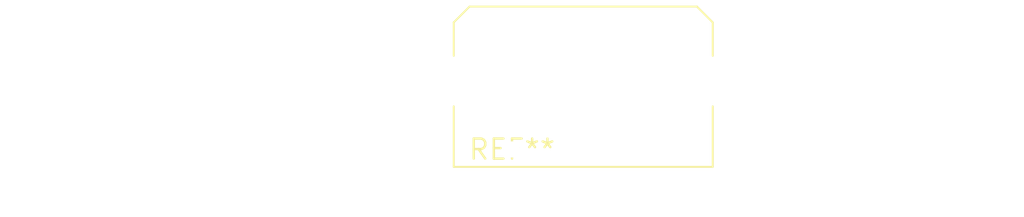
<source format=kicad_pcb>
(kicad_pcb (version 20240108) (generator pcbnew)
  (layers (0 "F.Cu" signal) (31 "B.Cu" signal) (34 "B.Paste" user) (35 "F.Paste" user) (36 "B.SilkS" user "B.Silkscreen") (37 "F.SilkS" user "F.Silkscreen") (38 "B.Mask" user) (39 "F.Mask" user) (44 "Edge.Cuts" user))
  (net 0 "")
  (footprint "Molex_Micro-Fit_3.0_43045-0821_2x04-1MP_P3.00mm_Horizontal" (layer "F.Cu") (at 0 0)
    (property "Reference" "REF**")
    (property "Value" "Molex_Micro-Fit_3.0_43045-0821_2x04-1MP_P3.00mm_Horizontal")
    (fp_line (start -3.685 -8.03) (end -2.685 -9.03) (layer "F.SilkS") (stroke (width 0.12)))
    (fp_line (start -3.685 -5.915) (end -3.685 -8.03) (layer "F.SilkS") (stroke (width 0.12)))
    (fp_line (start -3.685 -2.725) (end -3.685 1.1) (layer "F.SilkS") (stroke (width 0.12)))
    (fp_line (start -3.685 1.1) (end 12.685 1.1) (layer "F.SilkS") (stroke (width 0.12)))
    (fp_line (start -2.685 -9.03) (end 11.685 -9.03) (layer "F.SilkS") (stroke (width 0.12)))
    (fp_line (start 11.685 -9.03) (end 12.685 -8.03) (layer "F.SilkS") (stroke (width 0.12)))
    (fp_line (start 12.685 -8.03) (end 12.685 -5.915) (layer "F.SilkS") (stroke (width 0.12)))
    (fp_line (start 12.685 1.1) (end 12.685 -2.725) (layer "F.SilkS") (stroke (width 0.12)))
    (pad "1" thru_hole roundrect (at 0 0) (size 1.5 1.5) (drill 1.02) (layers *.Cu *.Mask) (remove_unused_layers) (roundrect_rratio 0.166667))
    (pad "2" thru_hole circle (at 3 0) (size 1.5 1.5) (drill 1.02) (layers *.Cu *.Mask) (remove_unused_layers))
    (pad "3" thru_hole circle (at 6 0) (size 1.5 1.5) (drill 1.02) (layers *.Cu *.Mask) (remove_unused_layers))
    (pad "4" thru_hole circle (at 9 0) (size 1.5 1.5) (drill 1.02) (layers *.Cu *.Mask) (remove_unused_layers))
    (pad "5" thru_hole circle (at 0 3) (size 1.5 1.5) (drill 1.02) (layers *.Cu *.Mask) (remove_unused_layers))
    (pad "6" thru_hole circle (at 3 3) (size 1.5 1.5) (drill 1.02) (layers *.Cu *.Mask) (remove_unused_layers))
    (pad "7" thru_hole circle (at 6 3) (size 1.5 1.5) (drill 1.02) (layers *.Cu *.Mask) (remove_unused_layers))
    (pad "8" thru_hole circle (at 9 3) (size 1.5 1.5) (drill 1.02) (layers *.Cu *.Mask) (remove_unused_layers))
    (pad "MP" thru_hole circle (at -2.15 -4.32) (size 3.41 3.41) (drill 2.41) (layers *.Cu *.Mask) (remove_unused_layers))
    (pad "MP" thru_hole circle (at 11.15 -4.32) (size 3.41 3.41) (drill 2.41) (layers *.Cu *.Mask) (remove_unused_layers))
  )
)
</source>
